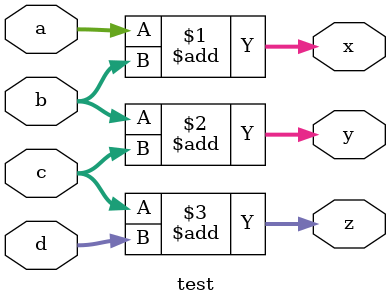
<source format=v>
module test (input [7:0] a, b, c, d, output [7:0] x, y, z);
    assign #(20:20:25, 40:45:50, 60:65:75) x = a + b, y = b + c, z = c + d;
endmodule

</source>
